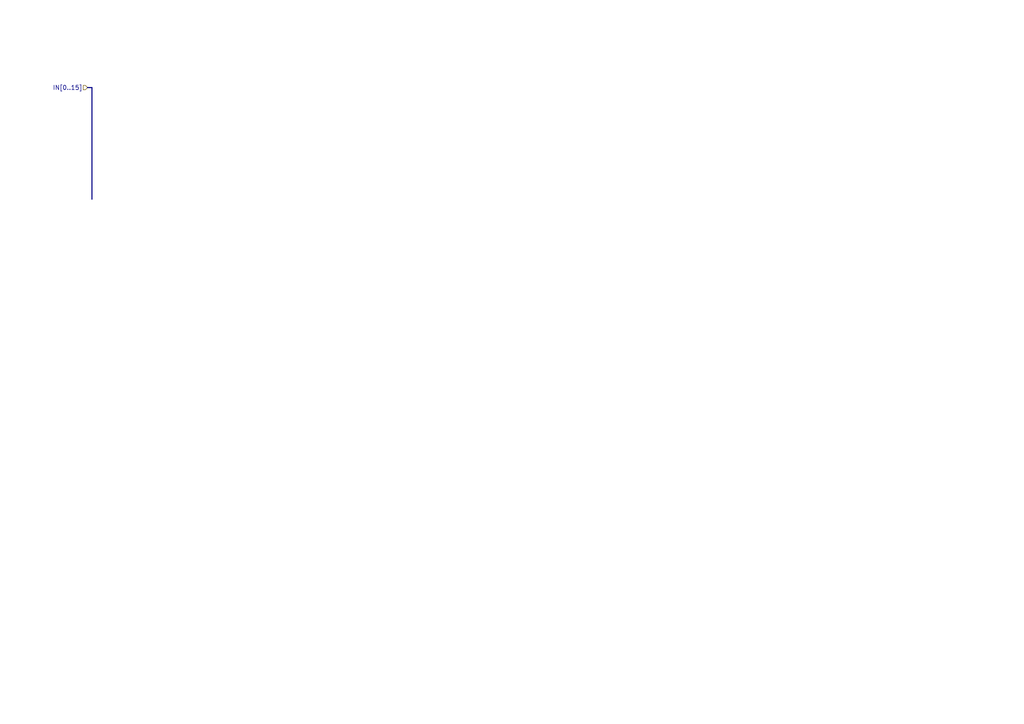
<source format=kicad_sch>
(kicad_sch
	(version 20231120)
	(generator "eeschema")
	(generator_version "8.0")
	(uuid "9ed831ff-025a-4fe0-846d-7afcbb766e39")
	(paper "A4")
	(lib_symbols)
	(bus
		(pts
			(xy 25.4 25.4) (xy 26.67 25.4)
		)
		(stroke
			(width 0)
			(type default)
		)
		(uuid "abf46ff6-b844-4cd9-97a1-acd598548d02")
	)
	(bus
		(pts
			(xy 26.67 25.4) (xy 26.67 57.785)
		)
		(stroke
			(width 0)
			(type default)
		)
		(uuid "ce8a3b94-dfb1-4dba-b9c1-73adb6f296a1")
	)
	(hierarchical_label "IN[0..15]"
		(shape input)
		(at 25.4 25.4 180)
		(fields_autoplaced yes)
		(effects
			(font
				(size 1.27 1.27)
			)
			(justify right)
		)
		(uuid "9735085d-5691-4612-af57-256c52836556")
	)
)

</source>
